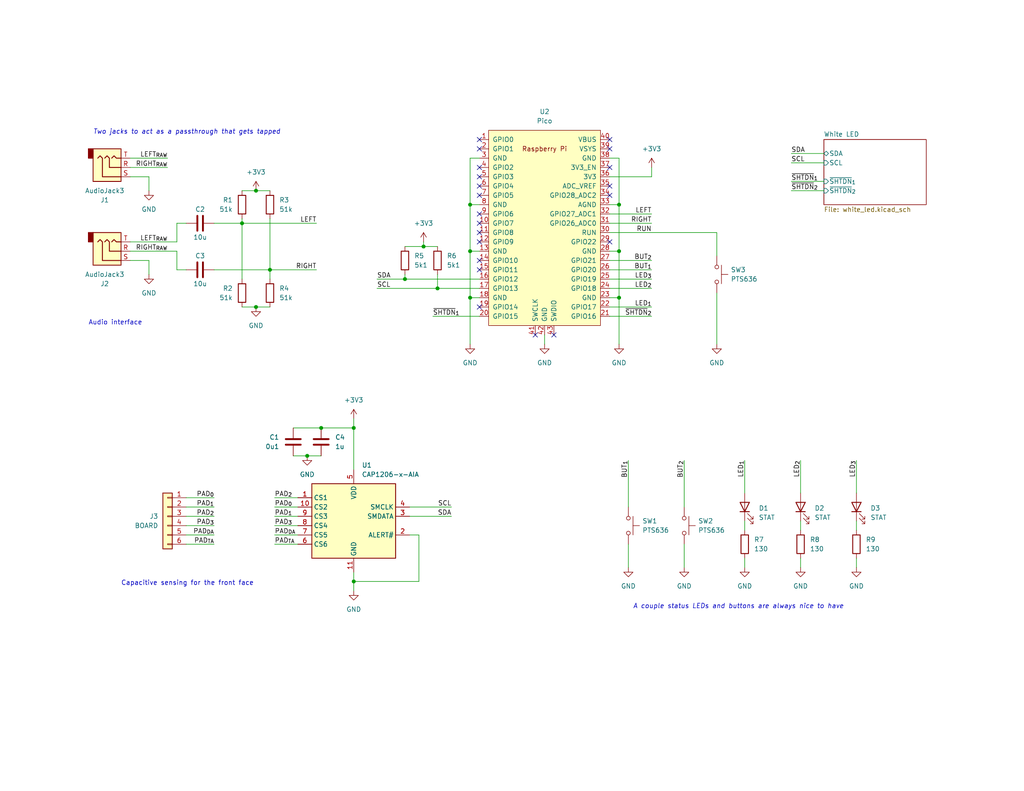
<source format=kicad_sch>
(kicad_sch (version 20230121) (generator eeschema)
  (paper "USLetter")
  (title_block (title "DATA Loading") (date "2024-02-17") (rev "0.2") (company "Savo Bajic"))
  (lib_symbols
    (symbol "Connector_Audio:AudioJack3"
      (property "Reference" "J" (at 0 8.89 0))
      (property "Value" "AudioJack3" (at 0 6.35 0))
      (symbol "AudioJack3_0_1"
        (rectangle (start -5.08 -5.08) (end -6.35 -2.54) (stroke (width 0.254)) (fill (type outline)))
        (polyline (pts (xy 0 -2.54) (xy 0.635 -3.175) (xy 1.27 -2.54) (xy 2.54 -2.54)) (stroke (width 0.254)))
        (polyline (pts (xy -1.905 -2.54) (xy -1.27 -3.175) (xy -0.635 -2.54) (xy -0.635 0) (xy 2.54 0)) (stroke (width 0.254)))
        (polyline (pts (xy 2.54 2.54) (xy -2.54 2.54) (xy -2.54 -2.54) (xy -3.175 -3.175) (xy -3.81 -2.54)) (stroke (width 0.254)))
        (rectangle (start 2.54 3.81) (end -5.08 -5.08) (stroke (width 0.254)) (fill (type background)))
      )
      (symbol "AudioJack3_1_1"
        (pin passive line (at 5.08 0 180) (length 2.54) (name "~") (number "R"))
        (pin passive line (at 5.08 2.54 180) (length 2.54) (name "~") (number "S"))
        (pin passive line (at 5.08 -2.54 180) (length 2.54) (name "~") (number "T"))
      )
    )
    (symbol "Connector_Generic:Conn_01x06" (pin_names (offset 1.016) hide)
      (property "Reference" "J" (at 0 7.62 0))
      (property "Value" "Conn_01x06" (at 0 -10.16 0))
      (symbol "Conn_01x06_1_1"
        (rectangle (start -1.27 -7.493) (end 0 -7.747) (stroke (width 0.1524)))
        (rectangle (start -1.27 -4.953) (end 0 -5.207) (stroke (width 0.1524)))
        (rectangle (start -1.27 -2.413) (end 0 -2.667) (stroke (width 0.1524)))
        (rectangle (start -1.27 0.127) (end 0 -0.127) (stroke (width 0.1524)))
        (rectangle (start -1.27 2.667) (end 0 2.413) (stroke (width 0.1524)))
        (rectangle (start -1.27 5.207) (end 0 4.953) (stroke (width 0.1524)))
        (rectangle (start -1.27 6.35) (end 1.27 -8.89) (stroke (width 0.254)) (fill (type background)))
        (pin passive line (at -5.08 5.08 0) (length 3.81) (name "Pin_1") (number "1"))
        (pin passive line (at -5.08 2.54 0) (length 3.81) (name "Pin_2") (number "2"))
        (pin passive line (at -5.08 0 0) (length 3.81) (name "Pin_3") (number "3"))
        (pin passive line (at -5.08 -2.54 0) (length 3.81) (name "Pin_4") (number "4"))
        (pin passive line (at -5.08 -5.08 0) (length 3.81) (name "Pin_5") (number "5"))
        (pin passive line (at -5.08 -7.62 0) (length 3.81) (name "Pin_6") (number "6"))
      )
    )
    (symbol "Device:C" (pin_numbers hide) (pin_names (offset 0.254))
      (property "Reference" "C" (at 0.635 2.54 0))
      (property "Value" "C" (at 0.635 -2.54 0))
      (symbol "C_0_1"
        (polyline (pts (xy -2.032 -0.762) (xy 2.032 -0.762)) (stroke (width 0.508)))
        (polyline (pts (xy -2.032 0.762) (xy 2.032 0.762)) (stroke (width 0.508)))
      )
      (symbol "C_1_1"
        (pin passive line (at 0 3.81 270) (length 2.794) (name "~") (number "1"))
        (pin passive line (at 0 -3.81 90) (length 2.794) (name "~") (number "2"))
      )
    )
    (symbol "Device:LED" (pin_numbers hide) (pin_names (offset 1.016) hide)
      (property "Reference" "D" (at 0 2.54 0))
      (property "Value" "LED" (at 0 -2.54 0))
      (symbol "LED_0_1"
        (polyline (pts (xy -1.27 -1.27) (xy -1.27 1.27)) (stroke (width 0.254)))
        (polyline (pts (xy -1.27 0) (xy 1.27 0)))
        (polyline (pts (xy 1.27 -1.27) (xy 1.27 1.27) (xy -1.27 0) (xy 1.27 -1.27)) (stroke (width 0.254)))
        (polyline (pts (xy -3.048 -0.762) (xy -4.572 -2.286) (xy -3.81 -2.286) (xy -4.572 -2.286) (xy -4.572 -1.524)))
        (polyline (pts (xy -1.778 -0.762) (xy -3.302 -2.286) (xy -2.54 -2.286) (xy -3.302 -2.286) (xy -3.302 -1.524)))
      )
      (symbol "LED_1_1"
        (pin passive line (at -3.81 0 0) (length 2.54) (name "K") (number "1"))
        (pin passive line (at 3.81 0 180) (length 2.54) (name "A") (number "2"))
      )
    )
    (symbol "Device:R" (pin_numbers hide) (pin_names (offset 0))
      (property "Reference" "R" (at 2.032 0 90))
      (property "Value" "R" (at 0 0 90))
      (symbol "R_0_1"
        (rectangle (start -1.016 -2.54) (end 1.016 2.54) (stroke (width 0.254)))
      )
      (symbol "R_1_1"
        (pin passive line (at 0 3.81 270) (length 1.27) (name "~") (number "1"))
        (pin passive line (at 0 -3.81 90) (length 1.27) (name "~") (number "2"))
      )
    )
    (symbol "RPi_Pico:Pico" (pin_names (offset 1.016))
      (property "Reference" "U" (at -13.97 27.94 0))
      (property "Value" "Pico" (at 0 19.05 0))
      (symbol "Pico_0_0"
        (text "Raspberry Pi" (at 0 21.59 0) (effects (font (size 1.27 1.27))))
      )
      (symbol "Pico_0_1"
        (rectangle (start -15.24 26.67) (end 15.24 -26.67) (fill (type background)))
      )
      (symbol "Pico_1_1"
        (pin bidirectional line (at -17.78 24.13 0) (length 2.54) (name "GPIO0") (number "1"))
        (pin bidirectional line (at -17.78 1.27 0) (length 2.54) (name "GPIO7") (number "10"))
        (pin bidirectional line (at -17.78 -1.27 0) (length 2.54) (name "GPIO8") (number "11"))
        (pin bidirectional line (at -17.78 -3.81 0) (length 2.54) (name "GPIO9") (number "12"))
        (pin power_in line (at -17.78 -6.35 0) (length 2.54) (name "GND") (number "13"))
        (pin bidirectional line (at -17.78 -8.89 0) (length 2.54) (name "GPIO10") (number "14"))
        (pin bidirectional line (at -17.78 -11.43 0) (length 2.54) (name "GPIO11") (number "15"))
        (pin bidirectional line (at -17.78 -13.97 0) (length 2.54) (name "GPIO12") (number "16"))
        (pin bidirectional line (at -17.78 -16.51 0) (length 2.54) (name "GPIO13") (number "17"))
        (pin power_in line (at -17.78 -19.05 0) (length 2.54) (name "GND") (number "18"))
        (pin bidirectional line (at -17.78 -21.59 0) (length 2.54) (name "GPIO14") (number "19"))
        (pin bidirectional line (at -17.78 21.59 0) (length 2.54) (name "GPIO1") (number "2"))
        (pin bidirectional line (at -17.78 -24.13 0) (length 2.54) (name "GPIO15") (number "20"))
        (pin bidirectional line (at 17.78 -24.13 180) (length 2.54) (name "GPIO16") (number "21"))
        (pin bidirectional line (at 17.78 -21.59 180) (length 2.54) (name "GPIO17") (number "22"))
        (pin power_in line (at 17.78 -19.05 180) (length 2.54) (name "GND") (number "23"))
        (pin bidirectional line (at 17.78 -16.51 180) (length 2.54) (name "GPIO18") (number "24"))
        (pin bidirectional line (at 17.78 -13.97 180) (length 2.54) (name "GPIO19") (number "25"))
        (pin bidirectional line (at 17.78 -11.43 180) (length 2.54) (name "GPIO20") (number "26"))
        (pin bidirectional line (at 17.78 -8.89 180) (length 2.54) (name "GPIO21") (number "27"))
        (pin power_in line (at 17.78 -6.35 180) (length 2.54) (name "GND") (number "28"))
        (pin bidirectional line (at 17.78 -3.81 180) (length 2.54) (name "GPIO22") (number "29"))
        (pin power_in line (at -17.78 19.05 0) (length 2.54) (name "GND") (number "3"))
        (pin input line (at 17.78 -1.27 180) (length 2.54) (name "RUN") (number "30"))
        (pin bidirectional line (at 17.78 1.27 180) (length 2.54) (name "GPIO26_ADC0") (number "31"))
        (pin bidirectional line (at 17.78 3.81 180) (length 2.54) (name "GPIO27_ADC1") (number "32"))
        (pin power_in line (at 17.78 6.35 180) (length 2.54) (name "AGND") (number "33"))
        (pin bidirectional line (at 17.78 8.89 180) (length 2.54) (name "GPIO28_ADC2") (number "34"))
        (pin unspecified line (at 17.78 11.43 180) (length 2.54) (name "ADC_VREF") (number "35"))
        (pin unspecified line (at 17.78 13.97 180) (length 2.54) (name "3V3") (number "36"))
        (pin input line (at 17.78 16.51 180) (length 2.54) (name "3V3_EN") (number "37"))
        (pin bidirectional line (at 17.78 19.05 180) (length 2.54) (name "GND") (number "38"))
        (pin unspecified line (at 17.78 21.59 180) (length 2.54) (name "VSYS") (number "39"))
        (pin bidirectional line (at -17.78 16.51 0) (length 2.54) (name "GPIO2") (number "4"))
        (pin unspecified line (at 17.78 24.13 180) (length 2.54) (name "VBUS") (number "40"))
        (pin input line (at -2.54 -29.21 90) (length 2.54) (name "SWCLK") (number "41"))
        (pin power_in line (at 0 -29.21 90) (length 2.54) (name "GND") (number "42"))
        (pin bidirectional line (at 2.54 -29.21 90) (length 2.54) (name "SWDIO") (number "43"))
        (pin bidirectional line (at -17.78 13.97 0) (length 2.54) (name "GPIO3") (number "5"))
        (pin bidirectional line (at -17.78 11.43 0) (length 2.54) (name "GPIO4") (number "6"))
        (pin bidirectional line (at -17.78 8.89 0) (length 2.54) (name "GPIO5") (number "7"))
        (pin power_in line (at -17.78 6.35 0) (length 2.54) (name "GND") (number "8"))
        (pin bidirectional line (at -17.78 3.81 0) (length 2.54) (name "GPIO6") (number "9"))
      )
    )
    (symbol "Sensor_Touch:CAP1206-x-AIA"
      (property "Reference" "U" (at -10.16 12.7 0))
      (property "Value" "CAP1206-x-AIA" (at 8.89 12.7 0))
      (symbol "CAP1206-x-AIA_0_1"
        (rectangle (start -11.43 11.43) (end 11.43 -8.89) (stroke (width 0.254)) (fill (type background)))
      )
      (symbol "CAP1206-x-AIA_1_1"
        (pin passive line (at -15.24 7.62 0) (length 3.81) (name "CS1") (number "1"))
        (pin passive line (at -15.24 5.08 0) (length 3.81) (name "CS2") (number "10"))
        (pin power_in line (at 0 -12.7 90) (length 3.81) (name "GND") (number "11"))
        (pin open_collector line (at 15.24 -2.54 180) (length 3.81) (name "ALERT#") (number "2"))
        (pin bidirectional line (at 15.24 2.54 180) (length 3.81) (name "SMDATA") (number "3"))
        (pin input line (at 15.24 5.08 180) (length 3.81) (name "SMCLK") (number "4"))
        (pin power_in line (at 0 15.24 270) (length 3.81) (name "VDD") (number "5"))
        (pin passive line (at -15.24 -5.08 0) (length 3.81) (name "CS6") (number "6"))
        (pin passive line (at -15.24 -2.54 0) (length 3.81) (name "CS5") (number "7"))
        (pin passive line (at -15.24 0 0) (length 3.81) (name "CS4") (number "8"))
        (pin passive line (at -15.24 2.54 0) (length 3.81) (name "CS3") (number "9"))
      )
    )
    (symbol "Switch:SW_Push" (pin_numbers hide) (pin_names (offset 1.016) hide)
      (property "Reference" "SW" (at 1.27 2.54 0))
      (property "Value" "SW_Push" (at 0 -1.524 0))
      (symbol "SW_Push_0_1"
        (circle (center -2.032 0) (radius 0.508))
        (polyline (pts (xy 0 1.27) (xy 0 3.048)))
        (polyline (pts (xy 2.54 1.27) (xy -2.54 1.27)))
        (circle (center 2.032 0) (radius 0.508))
        (pin passive line (at -5.08 0 0) (length 2.54) (name "1") (number "1"))
        (pin passive line (at 5.08 0 180) (length 2.54) (name "2") (number "2"))
      )
    )
    (symbol "power:+3V3" (power) (pin_names (offset 0))
      (property "Value" "+3V3" (at 0 3.556 0))
      (symbol "+3V3_0_1"
        (polyline (pts (xy -0.762 1.27) (xy 0 2.54)))
        (polyline (pts (xy 0 0) (xy 0 2.54)))
        (polyline (pts (xy 0 2.54) (xy 0.762 1.27)))
      )
      (symbol "+3V3_1_1"
        (pin power_in line (at 0 0 90) (length 0) hide (name "+3V3") (number "1"))
      )
    )
    (symbol "power:GND" (power) (pin_names (offset 0))
      (property "Value" "GND" (at 0 -3.81 0))
      (symbol "GND_0_1"
        (polyline (pts (xy 0 0) (xy 0 -1.27) (xy 1.27 -1.27) (xy 0 -2.54) (xy -1.27 -1.27) (xy 0 -1.27)))
      )
      (symbol "GND_1_1"
        (pin power_in line (at 0 0 270) (length 0) hide (name "GND") (number "1"))
      )
    )
  )
  (junction (at 168.91 68.58))
  (junction (at 128.27 55.88))
  (junction (at 96.52 116.84))
  (junction (at 66.04 60.96))
  (junction (at 115.57 67.31))
  (junction (at 128.27 68.58))
  (junction (at 168.91 55.88))
  (junction (at 110.49 76.2))
  (junction (at 128.27 81.28))
  (junction (at 96.52 158.75))
  (junction (at 168.91 81.28))
  (junction (at 73.66 73.66))
  (junction (at 69.85 83.82))
  (junction (at 69.85 52.07))
  (junction (at 87.63 116.84))
  (junction (at 119.38 78.74))
  (junction (at 83.82 124.46))
  (no_connect (at 166.37 53.34))
  (no_connect (at 130.81 48.26))
  (no_connect (at 130.81 63.5))
  (no_connect (at 166.37 38.1))
  (no_connect (at 130.81 53.34))
  (no_connect (at 130.81 73.66))
  (no_connect (at 166.37 40.64))
  (no_connect (at 151.13 91.44))
  (no_connect (at 130.81 58.42))
  (no_connect (at 130.81 40.64))
  (no_connect (at 130.81 60.96))
  (no_connect (at 166.37 50.8))
  (no_connect (at 130.81 71.12))
  (no_connect (at 166.37 45.72))
  (no_connect (at 146.05 91.44))
  (no_connect (at 130.81 50.8))
  (no_connect (at 130.81 38.1))
  (no_connect (at 130.81 45.72))
  (no_connect (at 130.81 66.04))
  (no_connect (at 130.81 83.82))
  (no_connect (at 166.37 66.04))
  (wire (pts (xy 114.3 146.05) (xy 111.76 146.05)))
  (wire (pts (xy 203.2 152.4) (xy 203.2 154.94)))
  (wire (pts (xy 69.85 52.07) (xy 73.66 52.07)))
  (wire (pts (xy 35.56 71.12) (xy 40.64 71.12)))
  (wire (pts (xy 58.42 73.66) (xy 73.66 73.66)))
  (wire (pts (xy 40.64 52.07) (xy 40.64 48.26)))
  (wire (pts (xy 115.57 66.04) (xy 115.57 67.31)))
  (wire (pts (xy 233.68 142.24) (xy 233.68 144.78)))
  (wire (pts (xy 215.9 52.07) (xy 224.79 52.07)))
  (wire (pts (xy 168.91 68.58) (xy 168.91 81.28)))
  (wire (pts (xy 69.85 83.82) (xy 73.66 83.82)))
  (wire (pts (xy 58.42 60.96) (xy 66.04 60.96)))
  (wire (pts (xy 218.44 125.73) (xy 218.44 134.62)))
  (wire (pts (xy 73.66 73.66) (xy 86.36 73.66)))
  (wire (pts (xy 128.27 81.28) (xy 130.81 81.28)))
  (wire (pts (xy 218.44 142.24) (xy 218.44 144.78)))
  (wire (pts (xy 203.2 142.24) (xy 203.2 144.78)))
  (wire (pts (xy 48.26 73.66) (xy 50.8 73.66)))
  (wire (pts (xy 166.37 68.58) (xy 168.91 68.58)))
  (wire (pts (xy 48.26 60.96) (xy 48.26 66.04)))
  (wire (pts (xy 166.37 76.2) (xy 177.8 76.2)))
  (wire (pts (xy 215.9 49.53) (xy 224.79 49.53)))
  (wire (pts (xy 74.93 140.97) (xy 81.28 140.97)))
  (wire (pts (xy 73.66 73.66) (xy 73.66 76.2)))
  (wire (pts (xy 40.64 74.93) (xy 40.64 71.12)))
  (wire (pts (xy 114.3 158.75) (xy 114.3 146.05)))
  (wire (pts (xy 87.63 116.84) (xy 96.52 116.84)))
  (wire (pts (xy 128.27 55.88) (xy 130.81 55.88)))
  (wire (pts (xy 118.11 86.36) (xy 130.81 86.36)))
  (wire (pts (xy 177.8 45.72) (xy 177.8 48.26)))
  (wire (pts (xy 96.52 158.75) (xy 96.52 161.29)))
  (wire (pts (xy 110.49 74.93) (xy 110.49 76.2)))
  (wire (pts (xy 233.68 125.73) (xy 233.68 134.62)))
  (wire (pts (xy 80.01 124.46) (xy 83.82 124.46)))
  (wire (pts (xy 111.76 140.97) (xy 123.19 140.97)))
  (wire (pts (xy 166.37 78.74) (xy 177.8 78.74)))
  (wire (pts (xy 66.04 60.96) (xy 66.04 59.69)))
  (wire (pts (xy 35.56 48.26) (xy 40.64 48.26)))
  (wire (pts (xy 50.8 143.51) (xy 58.42 143.51)))
  (wire (pts (xy 166.37 55.88) (xy 168.91 55.88)))
  (wire (pts (xy 166.37 86.36) (xy 177.8 86.36)))
  (wire (pts (xy 195.58 93.98) (xy 195.58 80.01)))
  (wire (pts (xy 171.45 148.59) (xy 171.45 154.94)))
  (wire (pts (xy 96.52 114.3) (xy 96.52 116.84)))
  (wire (pts (xy 186.69 148.59) (xy 186.69 154.94)))
  (wire (pts (xy 115.57 67.31) (xy 119.38 67.31)))
  (wire (pts (xy 128.27 55.88) (xy 128.27 43.18)))
  (wire (pts (xy 74.93 135.89) (xy 81.28 135.89)))
  (wire (pts (xy 166.37 63.5) (xy 195.58 63.5)))
  (wire (pts (xy 83.82 124.46) (xy 87.63 124.46)))
  (wire (pts (xy 96.52 116.84) (xy 96.52 128.27)))
  (wire (pts (xy 69.85 52.07) (xy 66.04 52.07)))
  (wire (pts (xy 66.04 60.96) (xy 66.04 76.2)))
  (wire (pts (xy 218.44 152.4) (xy 218.44 154.94)))
  (wire (pts (xy 69.85 83.82) (xy 66.04 83.82)))
  (wire (pts (xy 50.8 146.05) (xy 58.42 146.05)))
  (wire (pts (xy 148.59 91.44) (xy 148.59 93.98)))
  (wire (pts (xy 74.93 143.51) (xy 81.28 143.51)))
  (wire (pts (xy 80.01 116.84) (xy 87.63 116.84)))
  (wire (pts (xy 166.37 71.12) (xy 177.8 71.12)))
  (wire (pts (xy 50.8 60.96) (xy 48.26 60.96)))
  (wire (pts (xy 110.49 67.31) (xy 115.57 67.31)))
  (wire (pts (xy 50.8 148.59) (xy 58.42 148.59)))
  (wire (pts (xy 168.91 43.18) (xy 168.91 55.88)))
  (wire (pts (xy 119.38 74.93) (xy 119.38 78.74)))
  (wire (pts (xy 35.56 68.58) (xy 48.26 68.58)))
  (wire (pts (xy 195.58 63.5) (xy 195.58 69.85)))
  (wire (pts (xy 166.37 81.28) (xy 168.91 81.28)))
  (wire (pts (xy 186.69 125.73) (xy 186.69 138.43)))
  (wire (pts (xy 177.8 48.26) (xy 166.37 48.26)))
  (wire (pts (xy 171.45 125.73) (xy 171.45 138.43)))
  (wire (pts (xy 128.27 68.58) (xy 130.81 68.58)))
  (wire (pts (xy 168.91 55.88) (xy 168.91 68.58)))
  (wire (pts (xy 96.52 158.75) (xy 96.52 156.21)))
  (wire (pts (xy 119.38 78.74) (xy 130.81 78.74)))
  (wire (pts (xy 74.93 146.05) (xy 81.28 146.05)))
  (wire (pts (xy 74.93 138.43) (xy 81.28 138.43)))
  (wire (pts (xy 166.37 83.82) (xy 177.8 83.82)))
  (wire (pts (xy 50.8 138.43) (xy 58.42 138.43)))
  (wire (pts (xy 73.66 73.66) (xy 73.66 59.69)))
  (wire (pts (xy 74.93 148.59) (xy 81.28 148.59)))
  (wire (pts (xy 203.2 125.73) (xy 203.2 134.62)))
  (wire (pts (xy 215.9 41.91) (xy 224.79 41.91)))
  (wire (pts (xy 102.87 76.2) (xy 110.49 76.2)))
  (wire (pts (xy 233.68 152.4) (xy 233.68 154.94)))
  (wire (pts (xy 168.91 81.28) (xy 168.91 93.98)))
  (wire (pts (xy 50.8 140.97) (xy 58.42 140.97)))
  (wire (pts (xy 166.37 60.96) (xy 177.8 60.96)))
  (wire (pts (xy 35.56 43.18) (xy 45.72 43.18)))
  (wire (pts (xy 128.27 81.28) (xy 128.27 68.58)))
  (wire (pts (xy 102.87 78.74) (xy 119.38 78.74)))
  (wire (pts (xy 166.37 58.42) (xy 177.8 58.42)))
  (wire (pts (xy 35.56 66.04) (xy 48.26 66.04)))
  (wire (pts (xy 128.27 68.58) (xy 128.27 55.88)))
  (wire (pts (xy 50.8 135.89) (xy 58.42 135.89)))
  (wire (pts (xy 66.04 60.96) (xy 86.36 60.96)))
  (wire (pts (xy 111.76 138.43) (xy 123.19 138.43)))
  (wire (pts (xy 128.27 43.18) (xy 130.81 43.18)))
  (wire (pts (xy 128.27 93.98) (xy 128.27 81.28)))
  (wire (pts (xy 96.52 158.75) (xy 114.3 158.75)))
  (wire (pts (xy 110.49 76.2) (xy 130.81 76.2)))
  (wire (pts (xy 48.26 68.58) (xy 48.26 73.66)))
  (wire (pts (xy 35.56 45.72) (xy 45.72 45.72)))
  (wire (pts (xy 166.37 73.66) (xy 177.8 73.66)))
  (wire (pts (xy 215.9 44.45) (xy 224.79 44.45)))
  (wire (pts (xy 166.37 43.18) (xy 168.91 43.18)))
  (text "A couple status LEDs and buttons are always nice to have" (at 172.72 166.37 0) (effects (font (size 1.27 1.27) italic) (justify left bottom)))
  (text "Two jacks to act as a passthrough that gets tapped" (at 25.4 36.83 0) (effects (font (size 1.27 1.27) italic) (justify left bottom)))
  (text "Audio interface" (at 24.13 88.9 0) (effects (font (size 1.27 1.27)) (justify left bottom)))
  (text "Capacitive sensing for the front face" (at 33.02 160.02 0) (effects (font (size 1.27 1.27)) (justify left bottom)))
  (label "PAD_{0}" (at 74.93 138.43 0))
  (label "LEFT_{RAW}" (at 45.72 43.18 180))
  (label "PAD_{0}" (at 58.42 135.89 180))
  (label "LED_{3}" (at 233.68 125.73 270))
  (label "SDA" (at 215.9 41.91 0))
  (label "PAD_{1}" (at 58.42 138.43 180))
  (label "PAD_{TA}" (at 74.93 148.59 0))
  (label "LEFT" (at 86.36 60.96 180))
  (label "BUT_{2}" (at 186.69 125.73 270))
  (label "PAD_{3}" (at 74.93 143.51 0))
  (label "RIGHT" (at 177.8 60.96 180))
  (label "LED_{1}" (at 177.8 83.82 180))
  (label "RIGHT_{RAW}" (at 45.72 68.58 180))
  (label "~{SHTDN}_{2}" (at 177.8 86.36 180))
  (label "LEFT" (at 177.8 58.42 180))
  (label "SCL" (at 102.87 78.74 0))
  (label "~{SHTDN}_{1}" (at 118.11 86.36 0))
  (label "LED_{2}" (at 218.44 125.73 270))
  (label "RIGHT_{RAW}" (at 45.72 45.72 180))
  (label "LED_{2}" (at 177.8 78.74 180))
  (label "PAD_{3}" (at 58.42 143.51 180))
  (label "~{SHTDN}_{1}" (at 215.9 49.53 0))
  (label "SCL" (at 215.9 44.45 0))
  (label "~{SHTDN}_{2}" (at 215.9 52.07 0))
  (label "SDA" (at 102.87 76.2 0))
  (label "BUT_{1}" (at 177.8 73.66 180))
  (label "RUN" (at 177.8 63.5 180))
  (label "BUT_{1}" (at 171.45 125.73 270))
  (label "PAD_{TA}" (at 58.42 148.59 180))
  (label "PAD_{2}" (at 74.93 135.89 0))
  (label "RIGHT" (at 86.36 73.66 180))
  (label "SDA" (at 123.19 140.97 180))
  (label "LEFT_{RAW}" (at 45.72 66.04 180))
  (label "SCL" (at 123.19 138.43 180))
  (label "PAD_{DA}" (at 74.93 146.05 0))
  (label "LED_{1}" (at 203.2 125.73 270))
  (label "PAD_{1}" (at 74.93 140.97 0))
  (label "LED_{3}" (at 177.8 76.2 180))
  (label "PAD_{DA}" (at 58.42 146.05 180))
  (label "BUT_{2}" (at 177.8 71.12 180))
  (label "PAD_{2}" (at 58.42 140.97 180))
  (symbol (lib_id "power:GND") (at 40.64 74.93 0) (unit 1)
    (property "Reference" "#PWR02" (effects hide))
    (property "Value" "GND" (at 40.64 80.01 0))
  )
  (symbol (lib_id "Device:C") (at 87.63 120.65 180) (unit 1)
    (property "Reference" "C4" (at 91.44 119.38 0) (effects (justify right)))
    (property "Value" "1u" (at 91.44 121.92 0) (effects (justify right)))
    (property "Footprint" "Capacitor_SMD:C_0603_1608Metric" (effects hide))
  )
  (symbol (lib_id "Device:C") (at 54.61 73.66 270) (unit 1)
    (property "Reference" "C3" (at 54.61 69.85 90))
    (property "Value" "10u" (at 54.61 77.47 90))
    (property "Footprint" "Resistor_SMD:R_0805_2012Metric" (effects hide))
  )
  (symbol (lib_id "power:GND") (at 83.82 124.46 0) (mirror y) (unit 1)
    (property "Reference" "#PWR03" (effects hide))
    (property "Value" "GND" (at 83.82 129.54 0))
  )
  (symbol (lib_id "power:GND") (at 40.64 52.07 0) (unit 1)
    (property "Reference" "#PWR01" (effects hide))
    (property "Value" "GND" (at 40.64 57.15 0))
  )
  (symbol (lib_id "Switch:SW_Push") (at 171.45 143.51 270) (unit 1)
    (property "Reference" "SW1" (at 175.26 142.24 90) (effects (justify left)))
    (property "Value" "PTS636" (at 175.26 144.78 90) (effects (justify left)))
    (property "Footprint" "Button_Switch_SMD:SW_SPST_CK_RS282G05A3" (effects hide))
  )
  (symbol (lib_id "power:GND") (at 233.68 154.94 0) (unit 1)
    (property "Reference" "#PWR018" (effects hide))
    (property "Value" "GND" (at 233.68 160.02 0))
  )
  (symbol (lib_id "Device:LED") (at 233.68 138.43 90) (unit 1)
    (property "Reference" "D3" (at 237.49 138.7475 90) (effects (justify right)))
    (property "Value" "STAT" (at 237.49 141.2875 90) (effects (justify right)))
    (property "Footprint" "LED_SMD:LED_0805_2012Metric" (effects hide))
  )
  (symbol (lib_id "power:GND") (at 148.59 93.98 0) (unit 1)
    (property "Reference" "#PWR010" (effects hide))
    (property "Value" "GND" (at 148.59 99.06 0))
  )
  (symbol (lib_id "power:GND") (at 171.45 154.94 0) (unit 1)
    (property "Reference" "#PWR012" (effects hide))
    (property "Value" "GND" (at 171.45 160.02 0))
  )
  (symbol (lib_id "power:GND") (at 195.58 93.98 0) (unit 1)
    (property "Reference" "#PWR015" (effects hide))
    (property "Value" "GND" (at 195.58 99.06 0))
  )
  (symbol (lib_id "Connector_Audio:AudioJack3") (at 30.48 45.72 0) (mirror x) (unit 1)
    (property "Reference" "J1" (at 28.575 54.61 0))
    (property "Value" "AudioJack3" (at 28.575 52.07 0))
    (property "Footprint" "Connector_Audio:Jack_3.5mm_CUI_SJ-3523-SMT_Horizontal" (effects hide))
  )
  (symbol (lib_id "Device:C") (at 80.01 120.65 0) (unit 1)
    (property "Reference" "C1" (at 76.2 119.38 0) (effects (justify right)))
    (property "Value" "0u1" (at 76.2 121.92 0) (effects (justify right)))
    (property "Footprint" "Capacitor_SMD:C_0603_1608Metric" (effects hide))
  )
  (symbol (lib_id "power:GND") (at 218.44 154.94 0) (unit 1)
    (property "Reference" "#PWR017" (effects hide))
    (property "Value" "GND" (at 218.44 160.02 0))
  )
  (symbol (lib_id "Device:R") (at 73.66 80.01 0) (unit 1)
    (property "Reference" "R4" (at 76.2 78.74 0) (effects (justify left)))
    (property "Value" "51k" (at 76.2 81.28 0) (effects (justify left)))
    (property "Footprint" "Resistor_SMD:R_0603_1608Metric" (effects hide))
  )
  (symbol (lib_id "power:+3V3") (at 115.57 66.04 0) (mirror y) (unit 1)
    (property "Reference" "#PWR08" (effects hide))
    (property "Value" "+3V3" (at 115.57 60.96 0))
  )
  (symbol (lib_id "Device:R") (at 119.38 71.12 0) (unit 1)
    (property "Reference" "R6" (at 121.92 69.85 0) (effects (justify left)))
    (property "Value" "5k1" (at 121.92 72.39 0) (effects (justify left)))
    (property "Footprint" "Resistor_SMD:R_0603_1608Metric" (effects hide))
  )
  (symbol (lib_id "power:GND") (at 128.27 93.98 0) (unit 1)
    (property "Reference" "#PWR09" (effects hide))
    (property "Value" "GND" (at 128.27 99.06 0))
  )
  (symbol (lib_id "Switch:SW_Push") (at 186.69 143.51 270) (unit 1)
    (property "Reference" "SW2" (at 190.5 142.24 90) (effects (justify left)))
    (property "Value" "PTS636" (at 190.5 144.78 90) (effects (justify left)))
    (property "Footprint" "Button_Switch_SMD:SW_SPST_CK_RS282G05A3" (effects hide))
  )
  (symbol (lib_id "Connector_Audio:AudioJack3") (at 30.48 68.58 0) (mirror x) (unit 1)
    (property "Reference" "J2" (at 28.575 77.47 0))
    (property "Value" "AudioJack3" (at 28.575 74.93 0))
    (property "Footprint" "Connector_Audio:Jack_3.5mm_CUI_SJ-3523-SMT_Horizontal" (effects hide))
  )
  (symbol (lib_id "power:GND") (at 203.2 154.94 0) (unit 1)
    (property "Reference" "#PWR016" (effects hide))
    (property "Value" "GND" (at 203.2 160.02 0))
  )
  (symbol (lib_id "Device:R") (at 66.04 55.88 0) (mirror y) (unit 1)
    (property "Reference" "R1" (at 63.5 54.61 0) (effects (justify left)))
    (property "Value" "51k" (at 63.5 57.15 0) (effects (justify left)))
    (property "Footprint" "Resistor_SMD:R_0603_1608Metric" (effects hide))
  )
  (symbol (lib_id "power:GND") (at 168.91 93.98 0) (unit 1)
    (property "Reference" "#PWR011" (effects hide))
    (property "Value" "GND" (at 168.91 99.06 0))
  )
  (symbol (lib_id "Device:C") (at 54.61 60.96 270) (unit 1)
    (property "Reference" "C2" (at 54.61 57.15 90))
    (property "Value" "10u" (at 54.61 64.77 90))
    (property "Footprint" "Resistor_SMD:R_0805_2012Metric" (effects hide))
  )
  (symbol (lib_id "Device:R") (at 66.04 80.01 0) (mirror y) (unit 1)
    (property "Reference" "R2" (at 63.5 78.74 0) (effects (justify left)))
    (property "Value" "51k" (at 63.5 81.28 0) (effects (justify left)))
    (property "Footprint" "Resistor_SMD:R_0603_1608Metric" (effects hide))
  )
  (symbol (lib_id "Device:R") (at 218.44 148.59 0) (unit 1)
    (property "Reference" "R8" (at 220.98 147.32 0) (effects (justify left)))
    (property "Value" "130" (at 220.98 149.86 0) (effects (justify left)))
    (property "Footprint" "Resistor_SMD:R_0603_1608Metric" (effects hide))
  )
  (symbol (lib_id "power:+3V3") (at 96.52 114.3 0) (mirror y) (unit 1)
    (property "Reference" "#PWR06" (effects hide))
    (property "Value" "+3V3" (at 96.52 109.22 0))
  )
  (symbol (lib_id "power:+3V3") (at 177.8 45.72 0) (unit 1)
    (property "Reference" "#PWR013" (effects hide))
    (property "Value" "+3V3" (at 177.8 40.64 0))
  )
  (symbol (lib_id "Device:R") (at 233.68 148.59 0) (unit 1)
    (property "Reference" "R9" (at 236.22 147.32 0) (effects (justify left)))
    (property "Value" "130" (at 236.22 149.86 0) (effects (justify left)))
    (property "Footprint" "Resistor_SMD:R_0603_1608Metric" (effects hide))
  )
  (symbol (lib_id "RPi_Pico:Pico") (at 148.59 62.23 0) (unit 1)
    (property "Reference" "U2" (at 148.59 30.48 0))
    (property "Value" "Pico" (at 148.59 33.02 0))
    (property "Footprint" "RPi_Pico:RPi_Pico_SMD" (effects hide))
  )
  (symbol (lib_id "power:GND") (at 69.85 83.82 0) (mirror y) (unit 1)
    (property "Reference" "#PWR05" (effects hide))
    (property "Value" "GND" (at 69.85 88.9 0))
  )
  (symbol (lib_id "Device:R") (at 110.49 71.12 0) (unit 1)
    (property "Reference" "R5" (at 113.03 69.85 0) (effects (justify left)))
    (property "Value" "5k1" (at 113.03 72.39 0) (effects (justify left)))
    (property "Footprint" "Resistor_SMD:R_0603_1608Metric" (effects hide))
  )
  (symbol (lib_id "power:+3V3") (at 69.85 52.07 0) (mirror y) (unit 1)
    (property "Reference" "#PWR04" (effects hide))
    (property "Value" "+3V3" (at 69.85 46.99 0))
  )
  (symbol (lib_id "Device:R") (at 73.66 55.88 0) (unit 1)
    (property "Reference" "R3" (at 76.2 54.61 0) (effects (justify left)))
    (property "Value" "51k" (at 76.2 57.15 0) (effects (justify left)))
    (property "Footprint" "Resistor_SMD:R_0603_1608Metric" (effects hide))
  )
  (symbol (lib_id "Connector_Generic:Conn_01x06") (at 45.72 140.97 0) (mirror y) (unit 1) (in_bom no)
    (property "Reference" "J3" (at 43.18 140.97 0) (effects (justify left)))
    (property "Value" "BOARD" (at 43.18 143.51 0) (effects (justify left)))
    (property "Footprint" "logo:fill" (effects hide))
  )
  (symbol (lib_id "Device:LED") (at 218.44 138.43 90) (unit 1)
    (property "Reference" "D2" (at 222.25 138.7475 90) (effects (justify right)))
    (property "Value" "STAT" (at 222.25 141.2875 90) (effects (justify right)))
    (property "Footprint" "LED_SMD:LED_0805_2012Metric" (effects hide))
  )
  (symbol (lib_id "Device:R") (at 203.2 148.59 0) (unit 1)
    (property "Reference" "R7" (at 205.74 147.32 0) (effects (justify left)))
    (property "Value" "130" (at 205.74 149.86 0) (effects (justify left)))
    (property "Footprint" "Resistor_SMD:R_0603_1608Metric" (effects hide))
  )
  (symbol (lib_id "power:GND") (at 96.52 161.29 0) (mirror y) (unit 1)
    (property "Reference" "#PWR07" (effects hide))
    (property "Value" "GND" (at 96.52 166.37 0))
  )
  (symbol (lib_id "Sensor_Touch:CAP1206-x-AIA") (at 96.52 143.51 0) (unit 1)
    (property "Reference" "U1" (at 98.7141 127 0) (effects (justify left)))
    (property "Value" "CAP1206-x-AIA" (at 98.7141 129.54 0) (effects (justify left)))
    (property "Footprint" "Package_DFN_QFN:DFN-10-1EP_3x3mm_P0.5mm_EP1.55x2.48mm" (effects hide))
    (property "Datasheet" "http://ww1.microchip.com/downloads/en/DeviceDoc/00001567B.pdf" (effects hide))
  )
  (symbol (lib_id "Device:LED") (at 203.2 138.43 90) (unit 1)
    (property "Reference" "D1" (at 207.01 138.7475 90) (effects (justify right)))
    (property "Value" "STAT" (at 207.01 141.2875 90) (effects (justify right)))
    (property "Footprint" "LED_SMD:LED_0805_2012Metric" (effects hide))
  )
  (symbol (lib_id "Switch:SW_Push") (at 195.58 74.93 270) (unit 1)
    (property "Reference" "SW3" (at 199.39 73.66 90) (effects (justify left)))
    (property "Value" "PTS636" (at 199.39 76.2 90) (effects (justify left)))
    (property "Footprint" "Button_Switch_SMD:SW_SPST_CK_RS282G05A3" (effects hide))
  )
  (symbol (lib_id "power:GND") (at 186.69 154.94 0) (unit 1)
    (property "Reference" "#PWR014" (effects hide))
    (property "Value" "GND" (at 186.69 160.02 0))
  )
  (sheet (at 224.79 38.1) (size 27.94 17.78) (stroke (width 0.1524))
    (property "Sheetname" "White LED" (at 224.79 37.3884 0) (effects (justify left bottom)))
    (property "Sheetfile" "white_led.kicad_sch" (at 224.79 56.4646 0) (effects (justify left top)))
    (pin "SDA" bidirectional (at 224.79 41.91 180))
    (pin "SCL" input (at 224.79 44.45 180))
    (pin "~{SHTDN}_{2}" input (at 224.79 52.07 180))
    (pin "~{SHTDN}_{1}" input (at 224.79 49.53 180))
  )
)
</source>
